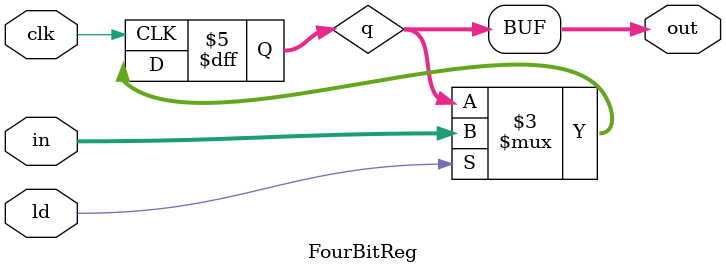
<source format=v>
module FourBitReg(input[3:0] in, input clk , input ld, output[3:0] out);
	reg[3:0] q;
	always @(posedge clk)
		if(ld)
			q = in;
	assign out = q;
endmodule
</source>
